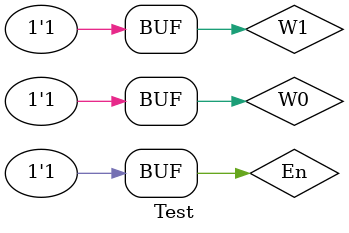
<source format=v>
`timescale 1ns / 1ps


module Test;

	// Inputs
	reg W0;
	reg W1;
	reg En;

	// Outputs
	wire [3:0] q;

	// Instantiate the Unit Under Test (UUT)
	decoder2_to4 uut (
		.W0(W0), 
		.W1(W1), 
		.En(En), 
		.q(q)
	);

	initial begin
		// Initialize Inputs
		W0 = 0;
		W1 = 0;
		En = 1;
		#100;
		
       #100;
		W0 = 1;
		W1 = 0;
		En = 1;
      #100;
		W0 = 0;
		W1 = 1;
		En = 1;
      #100;
		W0 = 1;
		W1 = 1;
		En = 1;

	end
      
endmodule


</source>
